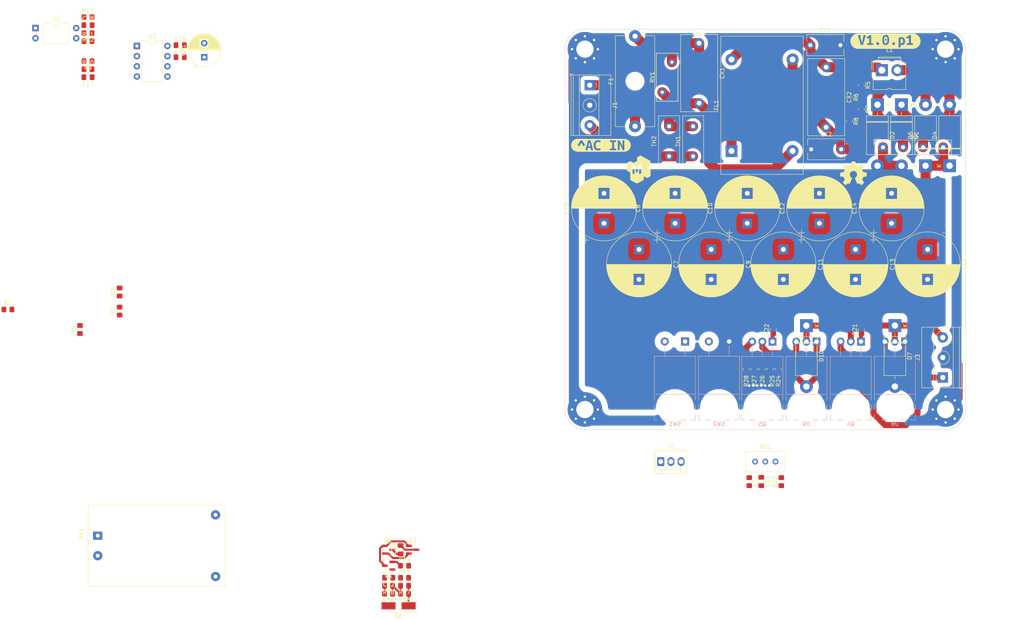
<source format=kicad_pcb>
(kicad_pcb (version 20211014) (generator pcbnew)
  (layers (0 "F.Cu" signal) (31 "B.Cu" signal) (34 "B.Paste" user) (35 "F.Paste" user) (36 "B.SilkS" user "B.Silkscreen") (37 "F.SilkS" user "F.Silkscreen") (38 "B.Mask" user) (39 "F.Mask" user) (44 "Edge.Cuts" user))
  (net 0 "")
  (net 1 "/ac-dc/320V")
  (net 2 "GND")
  (net 3 "Net-(C18-Pad1)")
  (net 4 "+5V")
  (net 5 "/ac-dc/12V")
  (net 6 "Net-(C22-Pad1)")
  (net 7 "Earth")
  (net 9 "Net-(Q1-Pad2)")
  (net 10 "Net-(R1-Pad2)")
  (net 11 "Net-(C3-Pad2)")
  (net 12 "Net-(R3-Pad2)")
  (net 13 "Net-(R5-Pad2)")
  (net 14 "Net-(R6-Pad2)")
  (net 15 "Net-(R7-Pad2)")
  (net 16 "Net-(R10-Pad1)")
  (net 17 "Net-(R11-Pad1)")
  (net 18 "Net-(R15-Pad2)")
  (net 19 "Net-(R20-Pad1)")
  (net 22 "/ac-dc/AC_N")
  (net 23 "/ac-dc/AC_N_F")
  (net 24 "/ac-dc/E_AC_N")
  (net 25 "/ac-dc/AC_L")
  (net 26 "/ac-dc/AC_L_F")
  (net 27 "/ac-dc/AC_L_F_PFC")
  (net 28 "/ac-dc/E_AC_L")
  (net 29 "/dc-dc/TX_H")
  (net 30 "/dc-dc/TX_L")
  (net 31 "/dc-dc/Gate_L")
  (net 32 "/dc-dc/Gate_H")
  (net 33 "/dc-dc/RC")
  (net 34 "/dc-dc/FB")
  (net 35 "/dc-dc/CS")
  (net 36 "/dc-dc/SHUNT")
  (net 37 "/dc-dc/COMP")
  (net 38 "/dc-dc/FAN_12V")
  (net 39 "/dc-dc/HSB")
  (net 40 "/dc-dc/OUT_H")
  (net 41 "/dc-dc/OUT_L")
  (net 42 "/dc-dc/HSVcc")
  (footprint "Symbol:OSHW-Symbol_6.7x6mm_SilkScreen" (layer "F.Cu") (at 242 76)
    (fp_text reference "G1" hide)
    (fp_text value "Logo_Open_Hardware_Large" hide)
  )
  (footprint "Capacitor_THT:CP_Radial_D16.0mm_P7.50mm" (layer "F.Cu") (at 206.512754 95 -90)
    (fp_text reference "C9")
    (fp_text value "47u")
  )
  (footprint "Resistor_SMD:R_0805_2012Metric_Pad1.20x1.40mm_HandSolder" (layer "F.Cu") (at 215.27 124.88 -90)
    (fp_text reference "R28")
    (fp_text value "0R1")
  )
  (footprint "Package_TO_SOT_SMD:SOT-23" (layer "F.Cu") (at 132 170)
    (fp_text reference "Q3")
    (fp_text value "S8550")
  )
  (footprint "MountingHole:MountingHole_4.3mm_M4_Pad_Via" (layer "F.Cu") (at 175 135)
    (fp_text reference "H4" hide)
    (fp_text value "MP" hide)
  )
  (footprint "Resistor_SMD:R_0805_2012Metric_Pad1.20x1.40mm_HandSolder" (layer "F.Cu") (at 58.894491 105.65 90)
    (fp_text reference "R3")
    (fp_text value "220k")
  )
  (footprint "Capacitor_THT:CP_Radial_D8.0mm_P3.50mm" (layer "F.Cu") (at 80 47 90)
    (fp_text reference "C21")
    (fp_text value "100u")
  )
  (footprint "Capacitor_THT:CP_Radial_D16.0mm_P7.50mm" (layer "F.Cu") (at 215.512754 88.5 90)
    (fp_text reference "C10")
    (fp_text value "47u")
  )
  (footprint "Capacitor_THT:C_Disc_D9.0mm_W5.0mm_P7.50mm" (layer "F.Cu") (at 231.25 44)
    (fp_text reference "CY1")
    (fp_text value "2n2")
  )
  (footprint "Resistor_SMD:R_0805_2012Metric_Pad1.20x1.40mm_HandSolder" (layer "F.Cu") (at 221.27 124.88 -90)
    (fp_text reference "R25")
    (fp_text value "0R1")
  )
  (footprint "Resistor_SMD:R_0805_2012Metric_Pad1.20x1.40mm_HandSolder" (layer "F.Cu") (at 130 177)
    (fp_text reference "R14")
    (fp_text value "10k")
  )
  (footprint "Diode_THT:D_DO-201AD_P15.24mm_Horizontal" (layer "F.Cu") (at 248 58.868629 -90)
    (fp_text reference "D2")
    (fp_text value "1N5408")
  )
  (footprint "Converter_ACDC:Converter_ACDC_HiLink_HLK-PMxx" (layer "F.Cu") (at 53.4375 166.5)
    (fp_text reference "PS1")
    (fp_text value "PSU 12V 1A")
  )
  (footprint "Resistor_SMD:R_0805_2012Metric_Pad1.20x1.40mm_HandSolder" (layer "F.Cu") (at 130 174)
    (fp_text reference "R19")
    (fp_text value "10")
  )
  (footprint "Capacitor_SMD:C_0805_2012Metric_Pad1.18x1.45mm_HandSolder" (layer "F.Cu") (at 129 170 90)
    (fp_text reference "C23")
    (fp_text value "1u")
  )
  (footprint "Package_TO_SOT_SMD:SOT-23" (layer "F.Cu") (at 126 170)
    (fp_text reference "Q2")
    (fp_text value "S8050")
  )
  (footprint "Connector:JWT_A3963_1x02_P3.96mm_Vertical" (layer "F.Cu") (at 249.0925 50.25)
    (fp_text reference "L1")
    (fp_text value "PFC")
  )
  (footprint "-local:L_CommonMode_Toroid_Vertical_L34.3mm_W20.3mm_Px15.24mm_Py22.86mm_Bourns_8100" (layer "F.Cu") (at 211.58125 70.43 90)
    (fp_text reference "FL1")
    (fp_text value "EMI")
  )
  (footprint "Capacitor_THT:CP_Radial_D16.0mm_P7.50mm" (layer "F.Cu") (at 224.512754 95 -90)
    (fp_text reference "C11")
    (fp_text value "47u")
  )
  (footprint "Diode_THT:Diode_Bridge_19.0x3.5x10.0mm_P5.0mm" (layer "F.Cu") (at 249.3925 69.488629)
    (fp_text reference "D3")
    (fp_text value "B40C2300-1500A")
  )
  (footprint "Resistor_SMD:R_0805_2012Metric_Pad1.20x1.40mm_HandSolder" (layer "F.Cu") (at 58.894491 110.4 90)
    (fp_text reference "R2")
    (fp_text value "220k")
  )
  (footprint "Capacitor_THT:CP_Radial_D16.0mm_P7.50mm" (layer "F.Cu") (at 197.512754 88.5 90)
    (fp_text reference "C8")
    (fp_text value "47u")
  )
  (footprint "Capacitor_SMD:C_0805_2012Metric_Pad1.18x1.45mm_HandSolder" (layer "F.Cu") (at 219 152.9625 -90)
    (fp_text reference "C24")
    (fp_text value "100p")
  )
  (footprint "Fuse:Fuseholder_Cylinder-5x20mm_Schurter_0031_8201_Horizontal_Open" (layer "F.Cu") (at 187.50125 64.25 90)
    (fp_text reference "F1")
    (fp_text value "5A")
  )
  (footprint "Resistor_SMD:R_0805_2012Metric_Pad1.20x1.40mm_HandSolder" (layer "F.Cu") (at 126 179 180)
    (fp_text reference "R18")
    (fp_text value "1k")
  )
  (footprint "kibuzzard-64DA8E83" (layer "F.Cu") (at 179 69)
    (fp_text reference "kibuzzard-64DA8E83" hide)
    (fp_text value "G***" hide)
  )
  (footprint "Diode_THT:D_DO-201AD_P15.24mm_Horizontal" (layer "F.Cu") (at 230.27 114.03 -90)
    (fp_text reference "D10")
    (fp_text value "UF5408")
  )
  (footprint "Capacitor_SMD:C_0805_2012Metric_Pad1.18x1.45mm_HandSolder" (layer "F.Cu") (at 51 39)
    (fp_text reference "C18")
    (fp_text value "10n")
  )
  (footprint "Resistor_SMD:R_0805_2012Metric_Pad1.20x1.40mm_HandSolder" (layer "F.Cu") (at 31 110)
    (fp_text reference "R1")
    (fp_text value "220k")
  )
  (footprint "Resistor_SMD:R_0805_2012Metric_Pad1.20x1.40mm_HandSolder" (layer "F.Cu") (at 51 37)
    (fp_text reference "R13")
    (fp_text value "10k")
  )
  (footprint "Package_DIP:DIP-8_W7.62mm" (layer "F.Cu") (at 63.2 44.2)
    (fp_text reference "U2")
    (fp_text value "UC3845_DIP8")
  )
  (footprint "Capacitor_SMD:C_0805_2012Metric_Pad1.18x1.45mm_HandSolder" (layer "F.Cu") (at 51 52 180)
    (fp_text reference "C17")
    (fp_text value "1n")
  )
  (footprint "Potentiometer_THT:Potentiometer_Bourns_3296W_Vertical" (layer "F.Cu") (at 222.55 148)
    (fp_text reference "RV2")
    (fp_text value "4k7")
  )
  (footprint "Diode_THT:D_DO-201AD_P15.24mm_Horizontal" (layer "F.Cu") (at 260 74.108629 90)
    (fp_text reference "D5")
    (fp_text value "1N5408")
  )
  (footprint "Capacitor_THT:CP_Radial_D16.0mm_P7.50mm" (layer "F.Cu") (at 242.512754 95 -90)
    (fp_text reference "C13")
    (fp_text value "47u")
  )
  (footprint "Capacitor_THT:CP_Radial_D16.0mm_P7.50mm" (layer "F.Cu") (at 260.512754 95 -90)
    (fp_text reference "C15")
    (fp_text value "47u")
  )
  (footprint "Resistor_SMD:R_0805_2012Metric_Pad1.20x1.40mm_HandSolder" (layer "F.Cu") (at 49 115 90)
    (fp_text reference "R4")
    (fp_text value "220k")
  )
  (footprint "Capacitor_SMD:C_0805_2012Metric_Pad1.18x1.45mm_HandSolder" (layer "F.Cu") (at 74 47)
    (fp_text reference "C20")
    (fp_text value "100n")
  )
  (footprint "Package_TO_SOT_SMD:SOT-23" (layer "F.Cu") (at 126 174 180)
    (fp_text reference "Q1")
    (fp_text value "13001")
  )
  (footprint "Capacitor_SMD:C_0805_2012Metric_Pad1.18x1.45mm_HandSolder" (layer "F.Cu") (at 74 44)
    (fp_text reference "C19")
    (fp_text value "10u")
  )
  (footprint "Resistor_SMD:R_0805_2012Metric_Pad1.20x1.40mm_HandSolder" (layer "F.Cu") (at 241 63 -90)
    (fp_text reference "R8")
    (fp_text value "220k")
  )
  (footprint "Resistor_SMD:R_0805_2012Metric_Pad1.20x1.40mm_HandSolder" (layer "F.Cu") (at 51 43)
    (fp_text reference "R11")
    (fp_text value "1k")
  )
  (footprint "Capacitor_SMD:C_0805_2012Metric_Pad1.18x1.45mm_HandSolder" (layer "F.Cu") (at 126.0375 177 180)
    (fp_text reference "C22")
    (fp_text value "100n")
  )
  (footprint "Resistor_SMD:R_0805_2012Metric_Pad1.20x1.40mm_HandSolder" (layer "F.Cu") (at 126 181 180)
    (fp_text reference "R16")
    (fp_text value "1k")
  )
  (footprint "Resistor_SMD:R_0805_2012Metric_Pad1.20x1.40mm_HandSolder" (layer "F.Cu") (at 216 153 -90)
    (fp_text reference "R20")
    (fp_text value "4k7")
  )
  (footprint "Resistor_SMD:R_0805_2012Metric_Pad1.20x1.40mm_HandSolder" (layer "F.Cu") (at 130 181 180)
    (fp_text reference "R15")
    (fp_text value "1k")
  )
  (footprint "Connector_Molex:Molex_KK-254_AE-6410-03A_1x03_P2.54mm_Vertical" (layer "F.Cu") (at 193.92 148)
    (fp_text reference "J2")
    (fp_text value "FAN")
  )
  (footprint "Resistor_SMD:R_0805_2012Metric_Pad1.20x1.40mm_HandSolder" (layer "F.Cu") (at 241 57 -90)
    (fp_text reference "R6")
    (fp_text value "220k")
  )
  (footprint "Diode_SMD:D_SMA_Handsoldering" (layer "F.Cu") (at 128.5 184 180)
    (fp_text reference "D6")
    (fp_text value "S2M")
  )
  (footprint "Resistor_SMD:R_0805_2012Metric_Pad1.20x1.40mm_HandSolder" (layer "F.Cu") (at 217.27 124.88 -90)
    (fp_text reference "R27")
    (fp_text value "0R1")
  )
  (footprint "Capacitor_THT:CP_Radial_D16.0mm_P7.50mm" (layer "F.Cu") (at 251.512754 88.5 90)
    (fp_text reference "C14")
    (fp_text value "47u")
  )
  (footprint "Resistor_SMD:R_0805_2012Metric_Pad1.20x1.40mm_HandSolder" (layer "F.Cu") (at 224 153 90)
    (fp_text reference "R23")
    (fp_text value "1k")
  )
  (footprint "Resistor_SMD:R_0805_2012Metric_Pad1.20x1.40mm_HandSolder" (layer "F.Cu") (at 51 41 180)
    (fp_text reference "R12")
    (fp_text value "4k7")
  )
  (footprint "Resistor_SMD:R_0805_2012Metric_Pad1.20x1.40mm_HandSolder" (layer "F.Cu") (at 219.27 124.88 -90)
    (fp_text reference "R26")
    (fp_text value "0R1")
  )
  (footprint "Capacitor_THT:C_Disc_D12.5mm_W5.0mm_P7.50mm" (layer "F.Cu") (at 196 71.75 90)
    (fp_text reference "TH2")
    (fp_text value "5D-15")
  )
  (footprint "-local:logo_kms_small_silkscreen" (layer "F.Cu") (at 188 75)
    (fp_text reference "G2" hide)
    (fp_text value "LOGO_KMS" hide)
  )
  (footprint "Capacitor_THT:C_Disc_D12.5mm_W5.0mm_P7.50mm" (layer "F.Cu") (at 202 71.75 90)
    (fp_text reference "TH1")
    (fp_text value "5D-15")
  )
  (footprint "Capacitor_THT:CP_Radial_D16.0mm_P7.50mm" (layer "F.Cu") (at 233.512754 88.5 90)
    (fp_text reference "C12")
    (fp_text value "47u")
  )
  (footprint "Capacitor_THT:C_Rect_L19.0mm_W9.0mm_P15.00mm_MKS4" (layer "F.Cu") (at 235.19625 49.5 -90)
    (fp_text reference "CX2")
    (fp_text value "470n")
  )
  (footprint "Resistor_SMD:R_0805_2012Metric_Pad1.20x1.40mm_HandSolder" (layer "F.Cu") (at 223.27 124.88 -90)
    (fp_text reference "R24")
    (fp_text value "0R1")
  )
  (footprint "kibuzzard-64DA8E2C" (layer "F.Cu") (at 250 43)
    (fp_text reference "kibuzzard-64DA8E2C" hide)
    (fp_text value "G***" hide)
  )
  (footprint "Diode_THT:D_DO-201AD_P15.24mm_Horizontal" (layer "F.Cu") (at 254 58.868629 -90)
    (fp_text reference "D1")
    (fp_text value "1N5408")
  )
  (footprint "TerminalBlock_Phoenix:TerminalBlock_Phoenix_MKDS-1,5-3_1x03_P5.00mm_Horizontal" (layer "F.Cu") (at 264.305 127 90)
    (fp_text reference "J3")
    (fp_text value "transformer")
  )
  (footprint "TerminalBlock_Phoenix:TerminalBlock_Phoenix_MKDS-1,5-3_1x03_P5.00mm_Horizontal" (layer "F.Cu") (at 176.19625 54 -90)
    (fp_text reference "J1")
    (fp_text value "AC")
  )
  (footprint "Capacitor_THT:C_Disc_D9.0mm_W5.0mm_P7.50mm" (layer "F.Cu") (at 231.44625 70)
    (fp_text reference "CY2")
    (fp_text value "2n2")
  )
  (footprint "Package_DIP:DIP-4_W10.16mm" (layer "F.Cu") (at 37.9 39.725)
    (fp_text reference "U1")
    (fp_text value "LTV-817M")
  )
  (footprint "Capacitor_THT:CP_Radial_D16.0mm_P7.50mm" (layer "F.Cu") (at 188.512754 95 -90)
    (fp_text reference "C7")
    (fp_text value "47u")
  )
  (footprint "Diode_THT:D_DO-201AD_P15.24mm_Horizontal" (layer "F.Cu") (at 266 74.108629 90)
    (fp_text reference "D4")
    (fp_text value "1N5408")
  )
  (footprint "MountingHole:MountingHole_4.3mm_M4_Pad_Via" (layer "F.Cu") (at 265 45)
    (fp_text reference "H2" hide)
    (fp_text value "MP" hide)
  )
  (footprint "Diode_THT:D_DO-201AD_P15.24mm_Horizontal" (layer "F.Cu") (at 252.35 114.015 -90)
    (fp_text reference "D7")
    (fp_text value "UF5408")
  )
  (footprint "Resistor_SMD:R_0805_2012Metric_Pad1.20x1.40mm_HandSolder" (layer "F.Cu") (at 222 115 90)
    (fp_text reference "R22")
    (fp_text value "10")
  )
  (footprint "MountingHole:MountingHole_4.3mm_M4_Pad_Via" (layer "F.Cu") (at 265 135)
    (fp_text reference "H3" hide)
    (fp_text value "MP" hide)
  )
  (footprint "Resistor_SMD:R_0805_2012Metric_Pad1.20x1.40mm_HandSolder" (layer "F.Cu") (at 244 115 90)
    (fp_text reference "R21")
    (fp_text value "10")
  )
  (footprint "Capacitor_THT:CP_Radial_D16.0mm_P7.50mm" (layer "F.Cu") (at 179.756377 88.5 90)
    (fp_text reference "C16")
    (fp_text value "47u")
  )
  (footprint "Resistor_SMD:R_0805_2012Metric_Pad1.20x1.40mm_HandSolder" (layer "F.Cu") (at 244 54 -90)
    (fp_text reference "R5")
    (fp_text value "220k")
  )
  (footprint "Resistor_SMD:R_0805_2012Metric_Pad1.20x1.40mm_HandSolder" (layer "F.Cu") (at 51 50)
    (fp_text reference "R10")
    (fp_text value "2k2")
  )
  (footprint "MountingHole:MountingHole_4.3mm_M4_Pad_Via" (layer "F.Cu") (at 175 45)
    (fp_text reference "H1" hide)
    (fp_text value "MP" hide)
  )
  (footprint "Resistor_SMD:R_0805_2012Metric_Pad1.20x1.40mm_HandSolder" (layer "F.Cu") (at 244 60 -90)
    (fp_text reference "R7")
    (fp_text value "220k")
  )
  (footprint "Resistor_SMD:R_0805_2012Metric_Pad1.20x1.40mm_HandSolder" (layer "F.Cu") (at 130 179 180)
    (fp_text reference "R17")
    (fp_text value "1k")
  )
  (footprint "Resistor_SMD:R_0805_2012Metric_Pad1.20x1.40mm_HandSolder" (layer "F.Cu") (at 51 48 180)
    (fp_text reference "R9")
    (fp_text value "15k")
  )
  (footprint "Varistor:RV_Disc_D12mm_W5.4mm_P7.5mm" (layer "F.Cu") (at 196.70125 48.25 -90)
    (fp_text reference "RV1")
    (fp_text value "10D431K")
  )
  (footprint "Capacitor_THT:C_Rect_L19.0mm_W9.0mm_P15.00mm_MKS4" (layer "F.Cu") (at 203.50125 43.5 -90)
    (fp_text reference "CX1")
    (fp_text value "470n")
  )
  (footprint "-local:TO-220-3_Horizontal_TabUp" (layer "B.Cu") (at 232.81 118.03 180)
    (fp_text reference "D9")
    (fp_text value "MURF1040GCT")
  )
  (footprint "-local:TO-220-3_Horizontal_TabUp" (layer "B.Cu") (at 254.89 118.015 180)
    (fp_text reference "D8")
    (fp_text value "MURF1040GCT")
  )
  (footprint "-local:TO-220-2_Horizontal_TabUp" (layer "B.Cu") (at 200 118 180)
    (fp_text reference "SW1")
    (fp_text value "50C NC")
  )
  (footprint "-local:TO-220-3_Horizontal_TabUp" (layer "B.Cu") (at 221.81 118.03 180)
    (fp_text reference "Q5")
    (fp_text value "IRF740")
  )
  (footprint "-local:TO-220-3_Horizontal_TabUp" (layer "B.Cu") (at 243.89 118.015 180)
    (fp_text reference "Q4")
    (fp_text value "IRF740")
  )
  (footprint "-local:TO-220-2_Horizontal_TabUp" (layer "B.Cu") (at 211 118 180)
    (fp_text reference "SW2")
    (fp_text value "85C")
  )
  (gr_line (start 175 40) (end 265 40) (layer "Edge.Cuts") (width 0.1))
  (gr_line (start 270 45) (end 270 135) (layer "Edge.Cuts") (width 0.1))
  (gr_arc (start 270 135) (mid 268.535534 138.535534) (end 265 140) (layer "Edge.Cuts") (width 0.1))
  (gr_line (start 265 140) (end 175 140) (layer "Edge.Cuts") (width 0.1))
  (gr_arc (start 175 140) (mid 171.464466 138.535534) (end 170 135) (layer "Edge.Cuts") (width 0.1))
  (gr_arc (start 170 45) (mid 171.464466 41.464466) (end 175 40) (layer "Edge.Cuts") (width 0.1))
  (gr_arc (start 265 40) (mid 268.535534 41.464466) (end 270 45) (layer "Edge.Cuts") (width 0.1))
  (gr_line (start 170 135) (end 170 45) (layer "Edge.Cuts") (width 0.1))
  (segment (start 241.35 118.015) (end 241.35 115.61) (width 1.5) (layer "F.Cu") (net 1))
  (segment (start 241.35 115.61) (end 239.77 114.03) (width 1.5) (layer "F.Cu") (net 1))
  (segment (start 264.3925 69.488629) (end 264.3925 74.096129) (width 2.5) (layer "F.Cu") (net 1))
  (segment (start 239.77 114.03) (end 230.27 114.03) (width 1.5) (layer "F.Cu") (net 1))
  (segment (start 260 74.108629) (end 264.38 74.108629) (width 2.5) (layer "F.Cu") (net 1))
  (segment (start 264.3925 74.096129) (end 264.38 74.108629) (width 2.5) (layer "F.Cu") (net 1))
  (segment (start 260 74.108629) (end 260 94.487246) (width 2.5) (layer "F.Cu") (net 1))
  (segment (start 264.38 74.108629) (end 266 74.108629) (width 2.5) (layer "F.Cu") (net 1))
  (segment (start 260 94.487246) (end 260.512754 95) (width 2.5) (layer "F.Cu") (net 1))
  (segment (start 230.27 118.03) (end 230.27 114.03) (width 1.5) (layer "F.Cu") (net 1))
  (segment (start 221.81 129.03) (end 223.27 127.57) (width 1.5) (layer "F.Cu") (net 2))
  (segment (start 249.3925 74.096129) (end 249.38 74.108629) (width 2.5) (layer "F.Cu") (net 2))
  (segment (start 215.27 125.88) (end 223.27 125.88) (width 1.5) (layer "F.Cu") (net 2))
  (segment (start 248 74.108629) (end 249.38 74.108629) (width 2.5) (layer "F.Cu") (net 2))
  (segment (start 254.89 118.015) (end 254.89 126.715) (width 1.5) (layer "F.Cu") (net 2))
  (segment (start 251.512754 74.487246) (end 251.891371 74.108629) (width 2.5) (layer "F.Cu") (net 2))
  (segment (start 249.81 118.015) (end 249.81 126.715) (width 1.5) (layer "F.Cu") (net 2))
  (segment (start 249.3925 69.488629) (end 249.3925 74.096129) (width 2.5) (layer "F.Cu") (net 2))
  (segment (start 251.891371 74.108629) (end 254 74.108629) (width 2.5) (layer "F.Cu") (net 2))
  (segment (start 251.512754 81) (end 251.512754 74.487246) (width 2.5) (layer "F.Cu") (net 2))
  (segment (start 223.27 127.57) (end 223.27 125.88) (width 1.5) (layer "F.Cu") (net 2))
  (segment (start 249.38 74.108629) (end 251.891371 74.108629) (width 2.5) (layer "F.Cu") (net 2))
  (segment (start 249.81 126.715) (end 252.35 129.255) (width 1.5) (layer "F.Cu") (net 2))
  (segment (start 254.89 126.715) (end 252.35 129.255) (width 1.5) (layer "F.Cu") (net 2))
  (segment (start 215.81 129.03) (end 221.81 129.03) (width 1.5) (layer "F.Cu") (net 2))
  (via (at 217 129) (size 1) (drill 0.6) (layers "F.Cu" "B.Cu") (net 2))
  (via (at 216 129) (size 1) (drill 0.6) (layers "F.Cu" "B.Cu") (net 2))
  (via (at 219 129) (size 1) (drill 0.6) (layers "F.Cu" "B.Cu") (net 2))
  (via (at 220 129) (size 1) (drill 0.6) (layers "F.Cu" "B.Cu") (net 2))
  (via (at 218 129) (size 1) (drill 0.6) (layers "F.Cu" "B.Cu") (net 2))
  (via (at 221 129) (size 1) (drill 0.6) (layers "F.Cu" "B.Cu") (net 2))
  (segment (start 173.09625 59) (end 172.14625 58.05) (width 2.5) (layer "F.Cu") (net 7))
  (segment (start 172.14625 58.05) (end 172.14625 47.85375) (width 2.5) (layer "F.Cu") (net 7))
  (segment (start 268 132) (end 265 135) (width 2.5) (layer "F.Cu") (net 7))
  (segment (start 238.75 44) (end 264 44) (width 2.5) (layer "F.Cu") (net 7))
  (segment (start 172.14625 47.85375) (end 175 45) (width 2.5) (layer "F.Cu") (net 7))
  (segment (start 176.19625 59) (end 173.09625 59) (width 2.5) (layer "F.Cu") (net 7))
  (segment (start 264.305 122) (end 266.143477 122) (width 2.5) (layer "F.Cu") (net 7))
  (segment (start 268 123.856523) (end 268 132) (width 2.5) (layer "F.Cu") (net 7))
  (segment (start 264 44) (end 265 45) (width 2.5) (layer "F.Cu") (net 7))
  (segment (start 266.143477 122) (end 268 123.856523) (width 2.5) (layer "F.Cu") (net 7))
  (segment (start 128.05 173.05) (end 129 174) (width 0.5) (layer "F.Cu") (net 9))
  (segment (start 126.9375 173.05) (end 128.05 173.05) (width 0.5) (layer "F.Cu") (net 9))
  (segment (start 242 56) (end 241 56) (width 1) (layer "F.Cu") (net 13))
  (segment (start 244 55) (end 243 55) (width 1) (layer "F.Cu") (net 13))
  (segment (start 243 55) (end 242 56) (width 1) (layer "F.Cu") (net 13))
  (segment (start 242 58) (end 241 58) (width 1) (layer "F.Cu") (net 14))
  (segment (start 243 59) (end 242 58) (width 1) (layer "F.Cu") (net 14))
  (segment (start 244 59) (end 243 59) (width 1) (layer "F.Cu") (net 14))
  (segment (start 242 62) (end 243 61) (width 1) (layer "F.Cu") (net 15))
  (segment (start 241 62) (end 242 62) (width 1) (layer "F.Cu") (net 15))
  (segment (start 243 61) (end 244 61) (width 1) (layer "F.Cu") (net 15))
  (segment (start 127 181) (end 127 179) (width 0.5) (layer "F.Cu") (net 18))
  (segment (start 129 181) (end 129 179) (width 0.5) (layer "F.Cu") (net 18))
  (segment (start 129 181) (end 127 179) (width 0.5) (layer "F.Cu") (net 18))
  (segment (start 222.25125 75) (end 226.82125 70.43) (width 2.5) (layer "F.Cu") (net 22))
  (segment (start 206 60.99875) (end 206 73.34875) (width 2.5) (layer "F.Cu") (net 22))
  (segment (start 203.50125 58.5) (end 206 60.99875) (width 2.5) (layer "F.Cu") (net 22))
  (segment (start 196 64.25) (end 202 64.25) (width 2.5) (layer "F.Cu") (net 22))
  (segment (start 196 57.44875) (end 194.30125 55.75) (width 2.5) (layer "F.Cu") (net 22))
  (segment (start 197.05125 58.5) (end 196 57.44875) (width 2.5) (layer "F.Cu") (net 22))
  (segment (start 207.65125 75) (end 222.25125 75) (width 2.5) (layer "F.Cu") (net 22))
  (segment (start 196 64.25) (end 196 57.44875) (width 2.5) (layer "F.Cu") (net 22))
  (segment (start 203.50125 58.5) (end 197.05125 58.5) (width 2.5) (layer "F.Cu") (net 22))
  (segment (start 206 73.34875) (end 207.65125 75) (width 2.5) (layer "F.Cu") (net 22))
  (segment (start 238.348125 66.651875) (end 238.348125 67.651875) (width 1) (layer "F.Cu") (net 23))
  (segment (start 260 56.168629) (end 258.35 54.518629) (width 2.5) (layer "F.Cu") (net 23))
  (segment (start 235.19625 64.5) (end 238.348125 67.651875) (width 2.5) (layer "F.Cu") (net 23))
  (segment (start 241 64) (end 238.348125 66.651875) (width 1) (layer "F.Cu") (net 23))
  (segment (start 238.94625 68.25) (end 238.94625 70) (width 2.5) (layer "F.Cu") (net 23))
  (segment (start 248 58.868629) (end 248 61.488629) (width 2.5) (layer "F.Cu") (net 23))
  (segment (start 254.3925 67.881129) (end 254.3925 69.488629) (width 2.5) (layer "F.Cu") (net 23))
  (segment (start 249.97 54.518629) (end 248 56.488629) (width 2.5) (layer "F.Cu") (net 23))
  (segment (start 238.348125 67.651875) (end 238.94625 68.25) (width 2.5) (layer "F.Cu") (net 23))
  (segment (start 258.35 54.518629) (end 249.97 54.518629) (width 2.5) (layer "F.Cu") (net 23))
  (segment (start 260 58.868629) (end 260 56.168629) (width 2.5) (layer "F.Cu") (net 23))
  (segment (start 248 61.488629) (end 249.255686 62.744314) (width 2.5) (layer "F.Cu") (net 23))
  (segment (start 226.82125 56.125) (end 235.19625 64.5) (width 2.5) (layer "F.Cu") (net 23))
  (segment (start 226.82125 47.57) (end 226.82125 56.125) (width 2.5) (layer "F.Cu") (net 23))
  (segment (start 248 56.488629) (end 248 58.868629) (width 2.5) (layer "F.Cu") (net 23))
  (segment (start 249.255686 62.744314) (end 254.3925 67.881129) (width 2.5) (layer "F.Cu") (net 23))
  (segment (start 242 70) (end 249.255686 62.744314) (width 2.5) (layer "F.Cu") (net 23))
  (segment (start 238.94625 70) (end 242 70) (width 2.5) (layer "F.Cu") (net 23))
  (segment (start 183.94625 71.75) (end 196 71.75) (width 2.5) (layer "F.Cu") (net 24))
  (segment (start 176.19625 64) (end 183.94625 71.75) (width 2.5) (layer "F.Cu") (net 24))
  (segment (start 202 71.75) (end 196 71.75) (width 2.5) (layer "F.Cu") (net 24))
  (segment (start 187.50125 41.75) (end 189.25125 43.5) (width 2.5) (layer "F.Cu") (net 25))
  (segment (start 211.58125 57.58125) (end 211.58125 70.43) (width 2.5) (layer "F.Cu") (net 25))
  (segment (start 196.5 43.5) (end 203.50125 43.5) (width 2.5) (layer "F.Cu") (net 25))
  (segment (start 203.50125 43.5) (end 203.50125 49.50125) (width 2.5) (layer "F.Cu") (net 25))
  (segment (start 196.70125 43.70125) (end 196.5 43.5) (width 2.5) (layer "F.Cu") (net 25))
  (segment (start 203.50125 49.50125) (end 211.58125 57.58125) (width 2.5) (layer "F.Cu") (net 25))
  (segment (start 196.70125 48.25) (end 196.70125 43.70125) (width 2.5) (layer "F.Cu") (net 25))
  (segment (start 189.25125 43.5) (end 196.5 43.5) (width 2.5) (layer "F.Cu") (net 25))
  (segment (start 244.5 49.5) (end 247.9725 49.5) (width 2.5) (layer "F.Cu") (net 26))
  (segment (start 247.9725 49.5) (end 248.7225 50.25) (width 2.5) (layer "F.Cu") (net 26))
  (segment (start 215.83125 43.32) (end 230.57 43.32) (width 2.5) (layer "F.Cu") (net 26))
  (segment (start 211.58125 47.57) (end 215.83125 43.32) (width 2.5) (layer "F.Cu") (net 26))
  (segment (start 230.57 43.32) (end 231.25 44) (width 2.5) (layer "F.Cu") (net 26))
  (segment (start 231.25 45.55375) (end 235.19625 49.5) (width 2.5) (layer "F.Cu") (net 26))
  (segment (start 235.19625 49.5) (end 244.5 49.5) (width 2.5) (layer "F.Cu") (net 26))
  (segment (start 231.25 44) (end 231.25 45.55375) (width 2.5) (layer "F.Cu") (net 26))
  (segment (start 244 50) (end 244.5 49.5) (width 1) (layer "F.Cu") (net 26))
  (segment (start 244 53) (end 244 50) (width 1) (layer "F.Cu") (net 26))
  (segment (start 266 58.868629) (end 266 56.511775) (width 2.5) (layer "F.Cu") (net 27))
  (segment (start 266 56.511775) (end 259.738225 50.25) (width 2.5) (layer "F.Cu") (net 27))
  (segment (start 266 61.13137) (end 263.912741 63.218629) (width 2.5) (layer "F.Cu") (net 27))
  (segment (start 259.3925 69.488629) (end 259.3925 63.556129) (width 2.5) (layer "F.Cu") (net 27))
  (segment (start 259.3925 63.556129) (end 259.73 63.218629) (width 2.5) (layer "F.Cu") (net 27))
  (segment (start 259.738225 50.25) (end 253.3425 50.25) (width 2.5) (layer "F.Cu") (net 27))
  (segment (start 256.73 63.218629) (end 254 60.488629) (width 2.5) (layer "F.Cu") (net 27))
  (segment (start 266 58.868629) (end 266 61.13137) (width 2.5) (layer "F.Cu") (net 27))
  (segment (start 259.73 63.218629) (end 256.73 63.218629) (width 2.5) (layer "F.Cu") (net 27))
  (segment (start 254 60.488629) (end 254 58.868629) (width 2.5) (layer "F.Cu") (net 27))
  (segment (start 263.912741 63.218629) (end 259.73 63.218629) (width 2.5) (layer "F.Cu") (net 27))
  (segment (start 187.50125 60.50125) (end 187.50125 64.25) (width 2.5) (layer "F.Cu") (net 28))
  (segment (start 181 54) (end 187.50125 60.50125) (width 2.5) (layer "F.Cu") (net 28))
  (segment (start 176.19625 54) (end 181 54) (width 2.5) (layer "F.Cu") (net 28))
  (segment (start 261.32 114.015) (end 252.35 114.015) (width 1.5) (layer "F.Cu") (net 29))
  (segment (start 252.35 118.015) (end 252.35 114.015) (width 1.5) (layer "F.Cu") (net 29))
  (segment (start 238.81 119.81) (end 241 122) (width 1.5) (layer "F.Cu") (net 29))
  (segment (start 130.0375 170) (end 132.9375 170) (width 0.5) (layer "F.Cu") (net 29))
  (segment (start 247 120) (end 247 116) (width 1.5) (layer "F.Cu") (net 29))
  (segment (start 247 116) (end 248.985 114.015) (width 1.5) (layer "F.Cu") (net 29))
  (segment (start 264.305 117) (end 261.32 114.015) (width 1.5) (layer "F.Cu") (net 29))
  (segment (start 129 168.9625) (end 130.0375 170) (width 0.5) (layer "F.Cu") (net 29))
  (segment (start 248.985 114.015) (end 252.35 114.015) (width 1.5) (layer "F.Cu") (net 29))
  (segment (start 245 122) (end 247 120) (width 1.5) (layer "F.Cu") (net 29))
  (segment (start 241 122) (end 245 122) (width 1.5) (layer "F.Cu") (net 29))
  (segment (start 238.81 118.015) (end 238.81 119.81) (width 1.5) (layer "F.Cu") (net 29))
  (segment (start 232.81 118.03) (end 232.81 126.73) (width 1.5) (layer "F.Cu") (net 30))
  (segment (start 249.875001 138.875001) (end 247 136) (width 1.5) (layer "F.Cu") (net 30))
  (segment (start 247 136) (end 247 133) (width 1.5) (layer "F.Cu") (net 30))
  (segment (start 227.73 118.03) (end 227.73 120.95) (width 1.5) (layer "F.Cu") (net 30))
  (segment (start 219.27 118.03) (end 219.27 119.49) (width 1.5) (layer "F.Cu") (net 30))
  (segment (start 227.73 120.95) (end 227.73 126.73) (width 1.5) (layer "F.Cu") (net 30))
  (segment (start 232.81 126.73) (end 230.27 129.27) (width 1.5) (layer "F.Cu") (net 30))
  (segment (start 247 133) (end 240.73 126.73) (width 1.5) (layer "F.Cu") (net 30))
  (segment (start 255.124999 138.875001) (end 249.875001 138.875001) (width 1.5) (layer "F.Cu") (net 30))
  (segment (start 264.305 127) (end 261 127) (width 1.5) (layer "F.Cu") (net 30))
  (segment (start 240.73 126.73) (end 232.81 126.73) (width 1.5) (layer "F.Cu") (net 30))
  (segment (start 227.73 126.73) (end 230.27 129.27) (width 1.5) (layer "F.Cu") (net 30))
  (segment (start 220.73 120.95) (end 227.73 120.95) (width 1.5) (layer "F.Cu") (net 30))
  (segment (start 258 136) (end 255.124999 138.875001) (width 1.5) (layer "F.Cu") (net 30))
  (segment (start 261 127) (end 258 130) (width 1.5) (layer "F.Cu") (net 30))
  (segment (start 258 130) (end 258 136) (width 1.5) (layer "F.Cu") (net 30))
  (segment (start 219.27 119.49) (end 220.73 120.95) (width 1.5) (layer "F.Cu") (net 30))
  (segment (start 221.81 116.19) (end 222 116) (width 1) (layer "F.Cu") (net 31))
  (segment (start 221.81 118.03) (end 221.81 116.19) (width 1) (layer "F.Cu") (net 31))
  (segment (start 243.89 118.015) (end 243.89 116.11) (width 1) (layer "F.Cu") (net 32))
  (segment (start 243.89 116.11) (end 244 116) (width 1) (layer "F.Cu") (net 32))
  (segment (start 223.27 123.88) (end 215.27 123.88) (width 1.5) (layer "F.Cu") (net 36))
  (segment (start 216.73 118.03) (end 215.27 119.49) (width 1.5) (layer "F.Cu") (net 36))
  (segment (start 215.27 119.49) (end 215.27 123.88) (width 1.5) (layer "F.Cu") (net 36))
  (segment (start 125 181) (end 125 179) (width 0.5) (layer "F.Cu") (net 39))
  (segment (start 125.0625 169.05) (end 125.50625 169.05) (width 0.5) (layer "F.Cu") (net 39))
  (segment (start 126.9375 167.9125) (end 126.925 167.925) (width 0.5) (layer "F.Cu") (net 39))
  (segment (start 124.50625 169.05) (end 125.0625 169.05) (width 0.5) (layer "F.Cu") (net 39))
  (segment (start 125.50625 169.05) (end 126.63125 167.925) (width 0.5) (layer "F.Cu") (net 39))
  (segment (start 123.875 172.8125) (end 123.875 169.68125) (width 0.5) (layer "F.Cu") (net 39))
  (segment (start 125.0625 174) (end 123.875 172.8125) (width 0.5) (layer "F.Cu") (net 39))
  (segment (start 123.875 169.68125) (end 124.50625 169.05) (width 0.5) (layer "F.Cu") (net 39))
  (segment (start 126.925 167.925) (end 129.925 167.925) (width 0.5) (layer "F.Cu") (net 39))
  (segment (start 129.925 167.925) (end 131 169) (width 0.5) (layer "F.Cu") (net 39))
  (segment (start 126.63125 167.925) (end 126.925 167.925) (width 0.5) (layer "F.Cu") (net 39))
  (segment (start 127.075 172.075) (end 129.9375 172.075) (width 0.5) (layer "F.Cu") (net 40))
  (segment (start 125.95 170.95) (end 127.075 172.075) (width 0.5) (layer "F.Cu") (net 40))
  (segment (start 129.9375 172.075) (end 131.0625 170.95) (width 0.5) (layer "F.Cu") (net 40))
  (segment (start 125.0625 170.95) (end 125.95 170.95) (width 0.5) (layer "F.Cu") (net 40))
  (segment (start 131 181) (end 131 179) (width 0.5) (layer "F.Cu") (net 42))
  (segment (start 126.9375 170) (end 127.975 171.0375) (width 0.5) (layer "F.Cu") (net 42))
  (segment (start 127.975 171.0375) (end 129 171.0375) (width 0.5) (layer "F.Cu") (net 42))
  (segment (start 131 181) (end 131 184) (width 0.5) (layer "F.Cu") (net 42))
  (zone (net 1) (net_name "/ac-dc/320V") (layer "F.Cu") (priority 5) (connect_pads yes (clearance 1.5)) (min_thickness 1) (fill yes (thermal_gap 0.508) (thermal_bridge_width 1))
    (polygon (pts (xy 263 98) (xy 177 98) (xy 177 86) (xy 263 86)))
  )
  (zone (net 7) (net_name "Earth") (layer "B.Cu") (name "Earth") (priority 3) (connect_pads yes (clearance 1)) (min_thickness 1) (fill yes (thermal_gap 0.508) (thermal_bridge_width 1))
    (polygon (pts (xy 270 140) (xy 170 140) (xy 170 40) (xy 270 40)))
  )
  (zone (net 2) (net_name "GND") (layer "B.Cu") (priority 5) (connect_pads yes (clearance 1.5)) (min_thickness 1) (fill yes (thermal_gap 0.508) (thermal_bridge_width 1))
    (polygon (pts (xy 265 130) (xy 260 135) (xy 180 135) (xy 175 130) (xy 175 75) (xy 265 75)))
  )
)
</source>
